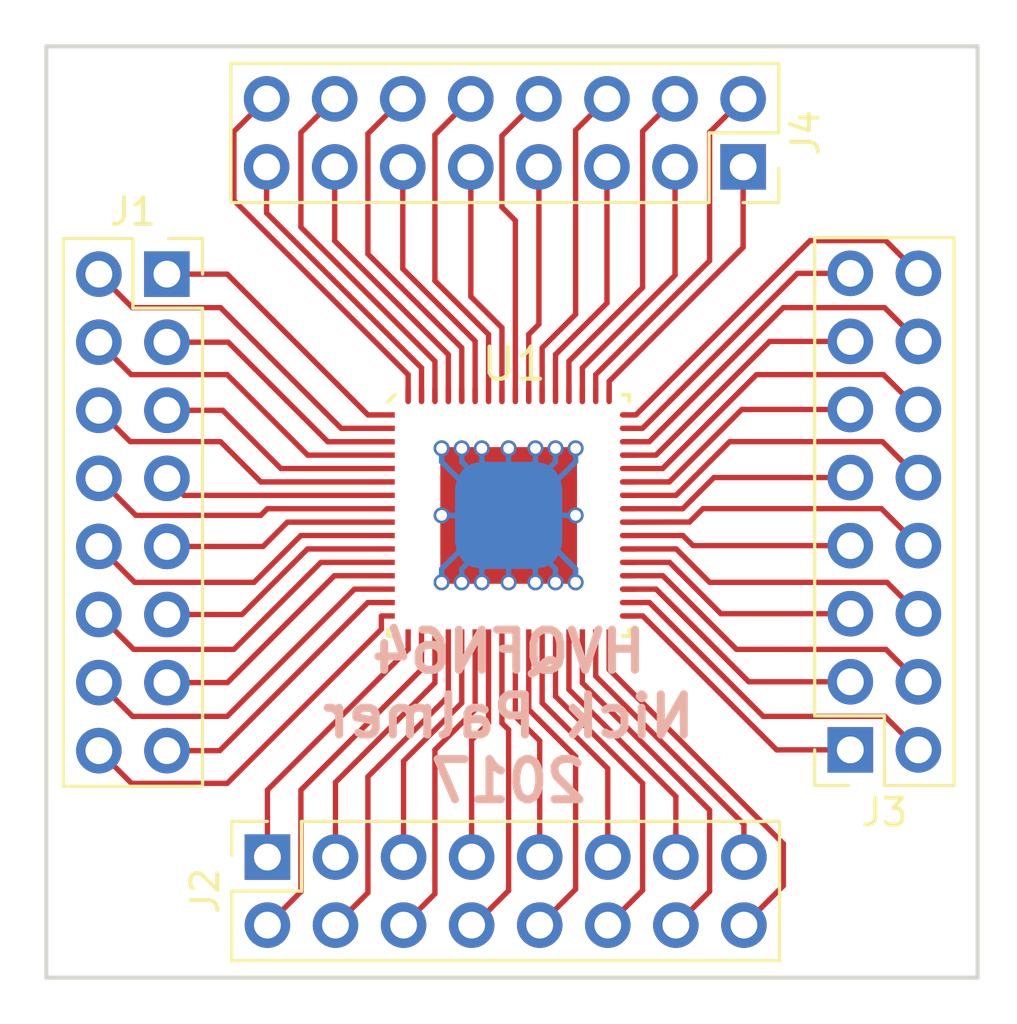
<source format=kicad_pcb>
(kicad_pcb (version 4) (host pcbnew 4.0.6)

  (general
    (links 64)
    (no_connects 0)
    (area 135.674999 91.924999 170.575001 126.825001)
    (thickness 1.6)
    (drawings 5)
    (tracks 301)
    (zones 0)
    (modules 5)
    (nets 66)
  )

  (page A4)
  (layers
    (0 F.Cu signal)
    (31 B.Cu signal)
    (32 B.Adhes user)
    (33 F.Adhes user)
    (34 B.Paste user)
    (35 F.Paste user)
    (36 B.SilkS user)
    (37 F.SilkS user)
    (38 B.Mask user)
    (39 F.Mask user)
    (40 Dwgs.User user)
    (41 Cmts.User user)
    (42 Eco1.User user)
    (43 Eco2.User user)
    (44 Edge.Cuts user)
    (45 Margin user)
    (46 B.CrtYd user)
    (47 F.CrtYd user)
    (48 B.Fab user)
    (49 F.Fab user)
  )

  (setup
    (last_trace_width 0.2)
    (trace_clearance 0.2)
    (zone_clearance 0.508)
    (zone_45_only no)
    (trace_min 0.2)
    (segment_width 0.2)
    (edge_width 0.15)
    (via_size 0.6)
    (via_drill 0.4)
    (via_min_size 0.4)
    (via_min_drill 0.3)
    (uvia_size 0.3)
    (uvia_drill 0.1)
    (uvias_allowed no)
    (uvia_min_size 0.2)
    (uvia_min_drill 0.1)
    (pcb_text_width 0.3)
    (pcb_text_size 1.5 1.5)
    (mod_edge_width 0.15)
    (mod_text_size 1 1)
    (mod_text_width 0.15)
    (pad_size 1.524 1.524)
    (pad_drill 0.762)
    (pad_to_mask_clearance 0.2)
    (aux_axis_origin 0 0)
    (visible_elements 7FFFFFFF)
    (pcbplotparams
      (layerselection 0x00030_80000001)
      (usegerberextensions false)
      (excludeedgelayer true)
      (linewidth 0.100000)
      (plotframeref false)
      (viasonmask false)
      (mode 1)
      (useauxorigin false)
      (hpglpennumber 1)
      (hpglpenspeed 20)
      (hpglpendiameter 15)
      (hpglpenoverlay 2)
      (psnegative false)
      (psa4output false)
      (plotreference true)
      (plotvalue true)
      (plotinvisibletext false)
      (padsonsilk false)
      (subtractmaskfromsilk false)
      (outputformat 1)
      (mirror false)
      (drillshape 1)
      (scaleselection 1)
      (outputdirectory ""))
  )

  (net 0 "")
  (net 1 1)
  (net 2 2)
  (net 3 3)
  (net 4 4)
  (net 5 5)
  (net 6 6)
  (net 7 7)
  (net 8 8)
  (net 9 9)
  (net 10 10)
  (net 11 11)
  (net 12 12)
  (net 13 13)
  (net 14 14)
  (net 15 15)
  (net 16 16)
  (net 17 17)
  (net 18 18)
  (net 19 19)
  (net 20 20)
  (net 21 21)
  (net 22 22)
  (net 23 23)
  (net 24 24)
  (net 25 25)
  (net 26 26)
  (net 27 27)
  (net 28 28)
  (net 29 29)
  (net 30 30)
  (net 31 31)
  (net 32 32)
  (net 33 33)
  (net 34 34)
  (net 35 35)
  (net 36 36)
  (net 37 37)
  (net 38 38)
  (net 39 39)
  (net 40 40)
  (net 41 41)
  (net 42 42)
  (net 43 43)
  (net 44 44)
  (net 45 45)
  (net 46 46)
  (net 47 47)
  (net 48 48)
  (net 49 49)
  (net 50 50)
  (net 51 51)
  (net 52 52)
  (net 53 53)
  (net 54 54)
  (net 55 55)
  (net 56 56)
  (net 57 57)
  (net 58 58)
  (net 59 59)
  (net 60 60)
  (net 61 61)
  (net 62 62)
  (net 63 63)
  (net 64 64)
  (net 65 "Net-(U1-PadGND)")

  (net_class Default "This is the default net class."
    (clearance 0.2)
    (trace_width 0.2)
    (via_dia 0.6)
    (via_drill 0.4)
    (uvia_dia 0.3)
    (uvia_drill 0.1)
    (add_net 1)
    (add_net 10)
    (add_net 11)
    (add_net 12)
    (add_net 13)
    (add_net 14)
    (add_net 15)
    (add_net 16)
    (add_net 17)
    (add_net 18)
    (add_net 19)
    (add_net 2)
    (add_net 20)
    (add_net 21)
    (add_net 22)
    (add_net 23)
    (add_net 24)
    (add_net 25)
    (add_net 26)
    (add_net 27)
    (add_net 28)
    (add_net 29)
    (add_net 3)
    (add_net 30)
    (add_net 31)
    (add_net 32)
    (add_net 33)
    (add_net 34)
    (add_net 35)
    (add_net 36)
    (add_net 37)
    (add_net 38)
    (add_net 39)
    (add_net 4)
    (add_net 40)
    (add_net 41)
    (add_net 42)
    (add_net 43)
    (add_net 44)
    (add_net 45)
    (add_net 46)
    (add_net 47)
    (add_net 48)
    (add_net 49)
    (add_net 5)
    (add_net 50)
    (add_net 51)
    (add_net 52)
    (add_net 53)
    (add_net 54)
    (add_net 55)
    (add_net 56)
    (add_net 57)
    (add_net 58)
    (add_net 59)
    (add_net 6)
    (add_net 60)
    (add_net 61)
    (add_net 62)
    (add_net 63)
    (add_net 64)
    (add_net 7)
    (add_net 8)
    (add_net 9)
    (add_net "Net-(U1-PadGND)")
  )

  (module Socket_Strips:Socket_Strip_Straight_2x08_Pitch2.54mm (layer F.Cu) (tedit 58CD5449) (tstamp 5978F059)
    (at 140.25 100.5)
    (descr "Through hole straight socket strip, 2x08, 2.54mm pitch, double rows")
    (tags "Through hole socket strip THT 2x08 2.54mm double row")
    (path /59787518)
    (fp_text reference J1 (at -1.27 -2.33) (layer F.SilkS)
      (effects (font (size 1 1) (thickness 0.15)))
    )
    (fp_text value CONN_02X08 (at -1.27 20.11) (layer F.Fab)
      (effects (font (size 1 1) (thickness 0.15)))
    )
    (fp_line (start -3.81 -1.27) (end -3.81 19.05) (layer F.Fab) (width 0.1))
    (fp_line (start -3.81 19.05) (end 1.27 19.05) (layer F.Fab) (width 0.1))
    (fp_line (start 1.27 19.05) (end 1.27 -1.27) (layer F.Fab) (width 0.1))
    (fp_line (start 1.27 -1.27) (end -3.81 -1.27) (layer F.Fab) (width 0.1))
    (fp_line (start 1.33 1.27) (end 1.33 19.11) (layer F.SilkS) (width 0.12))
    (fp_line (start 1.33 19.11) (end -3.87 19.11) (layer F.SilkS) (width 0.12))
    (fp_line (start -3.87 19.11) (end -3.87 -1.33) (layer F.SilkS) (width 0.12))
    (fp_line (start -3.87 -1.33) (end -1.27 -1.33) (layer F.SilkS) (width 0.12))
    (fp_line (start -1.27 -1.33) (end -1.27 1.27) (layer F.SilkS) (width 0.12))
    (fp_line (start -1.27 1.27) (end 1.33 1.27) (layer F.SilkS) (width 0.12))
    (fp_line (start 1.33 0) (end 1.33 -1.33) (layer F.SilkS) (width 0.12))
    (fp_line (start 1.33 -1.33) (end 0.06 -1.33) (layer F.SilkS) (width 0.12))
    (fp_line (start -4.35 -1.8) (end -4.35 19.55) (layer F.CrtYd) (width 0.05))
    (fp_line (start -4.35 19.55) (end 1.8 19.55) (layer F.CrtYd) (width 0.05))
    (fp_line (start 1.8 19.55) (end 1.8 -1.8) (layer F.CrtYd) (width 0.05))
    (fp_line (start 1.8 -1.8) (end -4.35 -1.8) (layer F.CrtYd) (width 0.05))
    (fp_text user %R (at -1.27 -2.33) (layer F.Fab)
      (effects (font (size 1 1) (thickness 0.15)))
    )
    (pad 1 thru_hole rect (at 0 0) (size 1.7 1.7) (drill 1) (layers *.Cu *.Mask)
      (net 1 1))
    (pad 2 thru_hole oval (at -2.54 0) (size 1.7 1.7) (drill 1) (layers *.Cu *.Mask)
      (net 2 2))
    (pad 3 thru_hole oval (at 0 2.54) (size 1.7 1.7) (drill 1) (layers *.Cu *.Mask)
      (net 3 3))
    (pad 4 thru_hole oval (at -2.54 2.54) (size 1.7 1.7) (drill 1) (layers *.Cu *.Mask)
      (net 4 4))
    (pad 5 thru_hole oval (at 0 5.08) (size 1.7 1.7) (drill 1) (layers *.Cu *.Mask)
      (net 5 5))
    (pad 6 thru_hole oval (at -2.54 5.08) (size 1.7 1.7) (drill 1) (layers *.Cu *.Mask)
      (net 6 6))
    (pad 7 thru_hole oval (at 0 7.62) (size 1.7 1.7) (drill 1) (layers *.Cu *.Mask)
      (net 7 7))
    (pad 8 thru_hole oval (at -2.54 7.62) (size 1.7 1.7) (drill 1) (layers *.Cu *.Mask)
      (net 8 8))
    (pad 9 thru_hole oval (at 0 10.16) (size 1.7 1.7) (drill 1) (layers *.Cu *.Mask)
      (net 9 9))
    (pad 10 thru_hole oval (at -2.54 10.16) (size 1.7 1.7) (drill 1) (layers *.Cu *.Mask)
      (net 10 10))
    (pad 11 thru_hole oval (at 0 12.7) (size 1.7 1.7) (drill 1) (layers *.Cu *.Mask)
      (net 11 11))
    (pad 12 thru_hole oval (at -2.54 12.7) (size 1.7 1.7) (drill 1) (layers *.Cu *.Mask)
      (net 12 12))
    (pad 13 thru_hole oval (at 0 15.24) (size 1.7 1.7) (drill 1) (layers *.Cu *.Mask)
      (net 13 13))
    (pad 14 thru_hole oval (at -2.54 15.24) (size 1.7 1.7) (drill 1) (layers *.Cu *.Mask)
      (net 14 14))
    (pad 15 thru_hole oval (at 0 17.78) (size 1.7 1.7) (drill 1) (layers *.Cu *.Mask)
      (net 15 15))
    (pad 16 thru_hole oval (at -2.54 17.78) (size 1.7 1.7) (drill 1) (layers *.Cu *.Mask)
      (net 16 16))
    (model ${KISYS3DMOD}/Socket_Strips.3dshapes/Socket_Strip_Straight_2x08_Pitch2.54mm.wrl
      (at (xyz -0.05 -0.35 0))
      (scale (xyz 1 1 1))
      (rotate (xyz 0 0 270))
    )
  )

  (module Socket_Strips:Socket_Strip_Straight_2x08_Pitch2.54mm (layer F.Cu) (tedit 58CD5449) (tstamp 5978F07E)
    (at 144 122.25 90)
    (descr "Through hole straight socket strip, 2x08, 2.54mm pitch, double rows")
    (tags "Through hole socket strip THT 2x08 2.54mm double row")
    (path /597876D0)
    (fp_text reference J2 (at -1.27 -2.33 90) (layer F.SilkS)
      (effects (font (size 1 1) (thickness 0.15)))
    )
    (fp_text value CONN_02X08 (at -1.27 20.11 90) (layer F.Fab)
      (effects (font (size 1 1) (thickness 0.15)))
    )
    (fp_line (start -3.81 -1.27) (end -3.81 19.05) (layer F.Fab) (width 0.1))
    (fp_line (start -3.81 19.05) (end 1.27 19.05) (layer F.Fab) (width 0.1))
    (fp_line (start 1.27 19.05) (end 1.27 -1.27) (layer F.Fab) (width 0.1))
    (fp_line (start 1.27 -1.27) (end -3.81 -1.27) (layer F.Fab) (width 0.1))
    (fp_line (start 1.33 1.27) (end 1.33 19.11) (layer F.SilkS) (width 0.12))
    (fp_line (start 1.33 19.11) (end -3.87 19.11) (layer F.SilkS) (width 0.12))
    (fp_line (start -3.87 19.11) (end -3.87 -1.33) (layer F.SilkS) (width 0.12))
    (fp_line (start -3.87 -1.33) (end -1.27 -1.33) (layer F.SilkS) (width 0.12))
    (fp_line (start -1.27 -1.33) (end -1.27 1.27) (layer F.SilkS) (width 0.12))
    (fp_line (start -1.27 1.27) (end 1.33 1.27) (layer F.SilkS) (width 0.12))
    (fp_line (start 1.33 0) (end 1.33 -1.33) (layer F.SilkS) (width 0.12))
    (fp_line (start 1.33 -1.33) (end 0.06 -1.33) (layer F.SilkS) (width 0.12))
    (fp_line (start -4.35 -1.8) (end -4.35 19.55) (layer F.CrtYd) (width 0.05))
    (fp_line (start -4.35 19.55) (end 1.8 19.55) (layer F.CrtYd) (width 0.05))
    (fp_line (start 1.8 19.55) (end 1.8 -1.8) (layer F.CrtYd) (width 0.05))
    (fp_line (start 1.8 -1.8) (end -4.35 -1.8) (layer F.CrtYd) (width 0.05))
    (fp_text user %R (at -1.27 -2.33 90) (layer F.Fab)
      (effects (font (size 1 1) (thickness 0.15)))
    )
    (pad 1 thru_hole rect (at 0 0 90) (size 1.7 1.7) (drill 1) (layers *.Cu *.Mask)
      (net 17 17))
    (pad 2 thru_hole oval (at -2.54 0 90) (size 1.7 1.7) (drill 1) (layers *.Cu *.Mask)
      (net 18 18))
    (pad 3 thru_hole oval (at 0 2.54 90) (size 1.7 1.7) (drill 1) (layers *.Cu *.Mask)
      (net 19 19))
    (pad 4 thru_hole oval (at -2.54 2.54 90) (size 1.7 1.7) (drill 1) (layers *.Cu *.Mask)
      (net 20 20))
    (pad 5 thru_hole oval (at 0 5.08 90) (size 1.7 1.7) (drill 1) (layers *.Cu *.Mask)
      (net 21 21))
    (pad 6 thru_hole oval (at -2.54 5.08 90) (size 1.7 1.7) (drill 1) (layers *.Cu *.Mask)
      (net 22 22))
    (pad 7 thru_hole oval (at 0 7.62 90) (size 1.7 1.7) (drill 1) (layers *.Cu *.Mask)
      (net 23 23))
    (pad 8 thru_hole oval (at -2.54 7.62 90) (size 1.7 1.7) (drill 1) (layers *.Cu *.Mask)
      (net 24 24))
    (pad 9 thru_hole oval (at 0 10.16 90) (size 1.7 1.7) (drill 1) (layers *.Cu *.Mask)
      (net 25 25))
    (pad 10 thru_hole oval (at -2.54 10.16 90) (size 1.7 1.7) (drill 1) (layers *.Cu *.Mask)
      (net 26 26))
    (pad 11 thru_hole oval (at 0 12.7 90) (size 1.7 1.7) (drill 1) (layers *.Cu *.Mask)
      (net 27 27))
    (pad 12 thru_hole oval (at -2.54 12.7 90) (size 1.7 1.7) (drill 1) (layers *.Cu *.Mask)
      (net 28 28))
    (pad 13 thru_hole oval (at 0 15.24 90) (size 1.7 1.7) (drill 1) (layers *.Cu *.Mask)
      (net 29 29))
    (pad 14 thru_hole oval (at -2.54 15.24 90) (size 1.7 1.7) (drill 1) (layers *.Cu *.Mask)
      (net 30 30))
    (pad 15 thru_hole oval (at 0 17.78 90) (size 1.7 1.7) (drill 1) (layers *.Cu *.Mask)
      (net 31 31))
    (pad 16 thru_hole oval (at -2.54 17.78 90) (size 1.7 1.7) (drill 1) (layers *.Cu *.Mask)
      (net 32 32))
    (model ${KISYS3DMOD}/Socket_Strips.3dshapes/Socket_Strip_Straight_2x08_Pitch2.54mm.wrl
      (at (xyz -0.05 -0.35 0))
      (scale (xyz 1 1 1))
      (rotate (xyz 0 0 270))
    )
  )

  (module Socket_Strips:Socket_Strip_Straight_2x08_Pitch2.54mm (layer F.Cu) (tedit 58CD5449) (tstamp 5978F0A3)
    (at 165.75 118.25 180)
    (descr "Through hole straight socket strip, 2x08, 2.54mm pitch, double rows")
    (tags "Through hole socket strip THT 2x08 2.54mm double row")
    (path /59787667)
    (fp_text reference J3 (at -1.27 -2.33 180) (layer F.SilkS)
      (effects (font (size 1 1) (thickness 0.15)))
    )
    (fp_text value CONN_02X08 (at -1.27 20.11 180) (layer F.Fab)
      (effects (font (size 1 1) (thickness 0.15)))
    )
    (fp_line (start -3.81 -1.27) (end -3.81 19.05) (layer F.Fab) (width 0.1))
    (fp_line (start -3.81 19.05) (end 1.27 19.05) (layer F.Fab) (width 0.1))
    (fp_line (start 1.27 19.05) (end 1.27 -1.27) (layer F.Fab) (width 0.1))
    (fp_line (start 1.27 -1.27) (end -3.81 -1.27) (layer F.Fab) (width 0.1))
    (fp_line (start 1.33 1.27) (end 1.33 19.11) (layer F.SilkS) (width 0.12))
    (fp_line (start 1.33 19.11) (end -3.87 19.11) (layer F.SilkS) (width 0.12))
    (fp_line (start -3.87 19.11) (end -3.87 -1.33) (layer F.SilkS) (width 0.12))
    (fp_line (start -3.87 -1.33) (end -1.27 -1.33) (layer F.SilkS) (width 0.12))
    (fp_line (start -1.27 -1.33) (end -1.27 1.27) (layer F.SilkS) (width 0.12))
    (fp_line (start -1.27 1.27) (end 1.33 1.27) (layer F.SilkS) (width 0.12))
    (fp_line (start 1.33 0) (end 1.33 -1.33) (layer F.SilkS) (width 0.12))
    (fp_line (start 1.33 -1.33) (end 0.06 -1.33) (layer F.SilkS) (width 0.12))
    (fp_line (start -4.35 -1.8) (end -4.35 19.55) (layer F.CrtYd) (width 0.05))
    (fp_line (start -4.35 19.55) (end 1.8 19.55) (layer F.CrtYd) (width 0.05))
    (fp_line (start 1.8 19.55) (end 1.8 -1.8) (layer F.CrtYd) (width 0.05))
    (fp_line (start 1.8 -1.8) (end -4.35 -1.8) (layer F.CrtYd) (width 0.05))
    (fp_text user %R (at -1.27 -2.33 180) (layer F.Fab)
      (effects (font (size 1 1) (thickness 0.15)))
    )
    (pad 1 thru_hole rect (at 0 0 180) (size 1.7 1.7) (drill 1) (layers *.Cu *.Mask)
      (net 33 33))
    (pad 2 thru_hole oval (at -2.54 0 180) (size 1.7 1.7) (drill 1) (layers *.Cu *.Mask)
      (net 34 34))
    (pad 3 thru_hole oval (at 0 2.54 180) (size 1.7 1.7) (drill 1) (layers *.Cu *.Mask)
      (net 35 35))
    (pad 4 thru_hole oval (at -2.54 2.54 180) (size 1.7 1.7) (drill 1) (layers *.Cu *.Mask)
      (net 36 36))
    (pad 5 thru_hole oval (at 0 5.08 180) (size 1.7 1.7) (drill 1) (layers *.Cu *.Mask)
      (net 37 37))
    (pad 6 thru_hole oval (at -2.54 5.08 180) (size 1.7 1.7) (drill 1) (layers *.Cu *.Mask)
      (net 38 38))
    (pad 7 thru_hole oval (at 0 7.62 180) (size 1.7 1.7) (drill 1) (layers *.Cu *.Mask)
      (net 39 39))
    (pad 8 thru_hole oval (at -2.54 7.62 180) (size 1.7 1.7) (drill 1) (layers *.Cu *.Mask)
      (net 40 40))
    (pad 9 thru_hole oval (at 0 10.16 180) (size 1.7 1.7) (drill 1) (layers *.Cu *.Mask)
      (net 41 41))
    (pad 10 thru_hole oval (at -2.54 10.16 180) (size 1.7 1.7) (drill 1) (layers *.Cu *.Mask)
      (net 42 42))
    (pad 11 thru_hole oval (at 0 12.7 180) (size 1.7 1.7) (drill 1) (layers *.Cu *.Mask)
      (net 43 43))
    (pad 12 thru_hole oval (at -2.54 12.7 180) (size 1.7 1.7) (drill 1) (layers *.Cu *.Mask)
      (net 44 44))
    (pad 13 thru_hole oval (at 0 15.24 180) (size 1.7 1.7) (drill 1) (layers *.Cu *.Mask)
      (net 45 45))
    (pad 14 thru_hole oval (at -2.54 15.24 180) (size 1.7 1.7) (drill 1) (layers *.Cu *.Mask)
      (net 46 46))
    (pad 15 thru_hole oval (at 0 17.78 180) (size 1.7 1.7) (drill 1) (layers *.Cu *.Mask)
      (net 47 47))
    (pad 16 thru_hole oval (at -2.54 17.78 180) (size 1.7 1.7) (drill 1) (layers *.Cu *.Mask)
      (net 48 48))
    (model ${KISYS3DMOD}/Socket_Strips.3dshapes/Socket_Strip_Straight_2x08_Pitch2.54mm.wrl
      (at (xyz -0.05 -0.35 0))
      (scale (xyz 1 1 1))
      (rotate (xyz 0 0 270))
    )
  )

  (module Socket_Strips:Socket_Strip_Straight_2x08_Pitch2.54mm (layer F.Cu) (tedit 58CD5449) (tstamp 5978F0C8)
    (at 161.75 96.5 270)
    (descr "Through hole straight socket strip, 2x08, 2.54mm pitch, double rows")
    (tags "Through hole socket strip THT 2x08 2.54mm double row")
    (path /597875F8)
    (fp_text reference J4 (at -1.27 -2.33 270) (layer F.SilkS)
      (effects (font (size 1 1) (thickness 0.15)))
    )
    (fp_text value CONN_02X08 (at -1.27 20.11 270) (layer F.Fab)
      (effects (font (size 1 1) (thickness 0.15)))
    )
    (fp_line (start -3.81 -1.27) (end -3.81 19.05) (layer F.Fab) (width 0.1))
    (fp_line (start -3.81 19.05) (end 1.27 19.05) (layer F.Fab) (width 0.1))
    (fp_line (start 1.27 19.05) (end 1.27 -1.27) (layer F.Fab) (width 0.1))
    (fp_line (start 1.27 -1.27) (end -3.81 -1.27) (layer F.Fab) (width 0.1))
    (fp_line (start 1.33 1.27) (end 1.33 19.11) (layer F.SilkS) (width 0.12))
    (fp_line (start 1.33 19.11) (end -3.87 19.11) (layer F.SilkS) (width 0.12))
    (fp_line (start -3.87 19.11) (end -3.87 -1.33) (layer F.SilkS) (width 0.12))
    (fp_line (start -3.87 -1.33) (end -1.27 -1.33) (layer F.SilkS) (width 0.12))
    (fp_line (start -1.27 -1.33) (end -1.27 1.27) (layer F.SilkS) (width 0.12))
    (fp_line (start -1.27 1.27) (end 1.33 1.27) (layer F.SilkS) (width 0.12))
    (fp_line (start 1.33 0) (end 1.33 -1.33) (layer F.SilkS) (width 0.12))
    (fp_line (start 1.33 -1.33) (end 0.06 -1.33) (layer F.SilkS) (width 0.12))
    (fp_line (start -4.35 -1.8) (end -4.35 19.55) (layer F.CrtYd) (width 0.05))
    (fp_line (start -4.35 19.55) (end 1.8 19.55) (layer F.CrtYd) (width 0.05))
    (fp_line (start 1.8 19.55) (end 1.8 -1.8) (layer F.CrtYd) (width 0.05))
    (fp_line (start 1.8 -1.8) (end -4.35 -1.8) (layer F.CrtYd) (width 0.05))
    (fp_text user %R (at -1.27 -2.33 270) (layer F.Fab)
      (effects (font (size 1 1) (thickness 0.15)))
    )
    (pad 1 thru_hole rect (at 0 0 270) (size 1.7 1.7) (drill 1) (layers *.Cu *.Mask)
      (net 49 49))
    (pad 2 thru_hole oval (at -2.54 0 270) (size 1.7 1.7) (drill 1) (layers *.Cu *.Mask)
      (net 50 50))
    (pad 3 thru_hole oval (at 0 2.54 270) (size 1.7 1.7) (drill 1) (layers *.Cu *.Mask)
      (net 51 51))
    (pad 4 thru_hole oval (at -2.54 2.54 270) (size 1.7 1.7) (drill 1) (layers *.Cu *.Mask)
      (net 52 52))
    (pad 5 thru_hole oval (at 0 5.08 270) (size 1.7 1.7) (drill 1) (layers *.Cu *.Mask)
      (net 53 53))
    (pad 6 thru_hole oval (at -2.54 5.08 270) (size 1.7 1.7) (drill 1) (layers *.Cu *.Mask)
      (net 54 54))
    (pad 7 thru_hole oval (at 0 7.62 270) (size 1.7 1.7) (drill 1) (layers *.Cu *.Mask)
      (net 55 55))
    (pad 8 thru_hole oval (at -2.54 7.62 270) (size 1.7 1.7) (drill 1) (layers *.Cu *.Mask)
      (net 56 56))
    (pad 9 thru_hole oval (at 0 10.16 270) (size 1.7 1.7) (drill 1) (layers *.Cu *.Mask)
      (net 57 57))
    (pad 10 thru_hole oval (at -2.54 10.16 270) (size 1.7 1.7) (drill 1) (layers *.Cu *.Mask)
      (net 58 58))
    (pad 11 thru_hole oval (at 0 12.7 270) (size 1.7 1.7) (drill 1) (layers *.Cu *.Mask)
      (net 59 59))
    (pad 12 thru_hole oval (at -2.54 12.7 270) (size 1.7 1.7) (drill 1) (layers *.Cu *.Mask)
      (net 60 60))
    (pad 13 thru_hole oval (at 0 15.24 270) (size 1.7 1.7) (drill 1) (layers *.Cu *.Mask)
      (net 61 61))
    (pad 14 thru_hole oval (at -2.54 15.24 270) (size 1.7 1.7) (drill 1) (layers *.Cu *.Mask)
      (net 62 62))
    (pad 15 thru_hole oval (at 0 17.78 270) (size 1.7 1.7) (drill 1) (layers *.Cu *.Mask)
      (net 63 63))
    (pad 16 thru_hole oval (at -2.54 17.78 270) (size 1.7 1.7) (drill 1) (layers *.Cu *.Mask)
      (net 64 64))
    (model ${KISYS3DMOD}/Socket_Strips.3dshapes/Socket_Strip_Straight_2x08_Pitch2.54mm.wrl
      (at (xyz -0.05 -0.35 0))
      (scale (xyz 1 1 1))
      (rotate (xyz 0 0 270))
    )
  )

  (module Misc:HVQFN_64 (layer F.Cu) (tedit 59788C53) (tstamp 5978F118)
    (at 148.5011 105.0036)
    (path /5978B045)
    (fp_text reference U1 (at 4.7 -1.15) (layer F.SilkS)
      (effects (font (size 1.2 1.2) (thickness 0.15)))
    )
    (fp_text value TDA19988 (at 4.65 10.25) (layer F.Fab)
      (effects (font (size 1.2 1.2) (thickness 0.15)))
    )
    (fp_line (start 0 0.25) (end 0.25 0) (layer F.SilkS) (width 0.15))
    (fp_line (start 8.75 0) (end 9 0) (layer F.SilkS) (width 0.15))
    (fp_line (start 9 0) (end 9 0.25) (layer F.SilkS) (width 0.15))
    (fp_line (start 0.25 9) (end 0 9) (layer F.SilkS) (width 0.15))
    (fp_line (start 0 9) (end 0 8.75) (layer F.SilkS) (width 0.15))
    (fp_line (start 8.75 9) (end 9 9) (layer F.SilkS) (width 0.15))
    (fp_line (start 9 9) (end 9 8.75) (layer F.SilkS) (width 0.15))
    (fp_line (start -1.5 -1.5) (end 10.5 -1.5) (layer F.CrtYd) (width 0.15))
    (fp_line (start 10.5 -1.5) (end 10.5 10.5) (layer F.CrtYd) (width 0.15))
    (fp_line (start 10.5 10.5) (end -1.5 10.5) (layer F.CrtYd) (width 0.15))
    (fp_line (start -1.5 10.5) (end -1.5 -1.5) (layer F.CrtYd) (width 0.15))
    (pad 24 smd rect (at 4.25 9.25) (size 0.2 0.5) (drill (offset 0 -0.25)) (layers F.Cu F.Paste F.Mask)
      (net 24 24))
    (pad 25 smd rect (at 4.75 9.25) (size 0.2 0.5) (drill (offset 0 -0.25)) (layers F.Cu F.Paste F.Mask)
      (net 25 25))
    (pad 23 smd rect (at 3.75 9.25) (size 0.2 0.5) (drill (offset 0 -0.25)) (layers F.Cu F.Paste F.Mask)
      (net 23 23))
    (pad 22 smd rect (at 3.25 9.25) (size 0.2 0.5) (drill (offset 0 -0.25)) (layers F.Cu F.Paste F.Mask)
      (net 22 22))
    (pad 21 smd rect (at 2.75 9.25) (size 0.2 0.5) (drill (offset 0 -0.25)) (layers F.Cu F.Paste F.Mask)
      (net 21 21))
    (pad 20 smd rect (at 2.25 9.25) (size 0.2 0.5) (drill (offset 0 -0.25)) (layers F.Cu F.Paste F.Mask)
      (net 20 20))
    (pad 19 smd rect (at 1.75 9.25) (size 0.2 0.5) (drill (offset 0 -0.25)) (layers F.Cu F.Paste F.Mask)
      (net 19 19))
    (pad 18 smd rect (at 1.25 9.25) (size 0.2 0.5) (drill (offset 0 -0.25)) (layers F.Cu F.Paste F.Mask)
      (net 18 18))
    (pad 17 smd rect (at 0.75 9.25) (size 0.2 0.5) (drill (offset 0 -0.25)) (layers F.Cu F.Paste F.Mask)
      (net 17 17))
    (pad 26 smd rect (at 5.25 9.25) (size 0.2 0.5) (drill (offset 0 -0.25)) (layers F.Cu F.Paste F.Mask)
      (net 26 26))
    (pad 27 smd rect (at 5.75 9.25) (size 0.2 0.5) (drill (offset 0 -0.25)) (layers F.Cu F.Paste F.Mask)
      (net 27 27))
    (pad 28 smd rect (at 6.25 9.25) (size 0.2 0.5) (drill (offset 0 -0.25)) (layers F.Cu F.Paste F.Mask)
      (net 28 28))
    (pad 29 smd rect (at 6.75 9.25) (size 0.2 0.5) (drill (offset 0 -0.25)) (layers F.Cu F.Paste F.Mask)
      (net 29 29))
    (pad 30 smd rect (at 7.25 9.25) (size 0.2 0.5) (drill (offset 0 -0.25)) (layers F.Cu F.Paste F.Mask)
      (net 30 30))
    (pad 31 smd rect (at 7.75 9.25) (size 0.2 0.5) (drill (offset 0 -0.25)) (layers F.Cu F.Paste F.Mask)
      (net 31 31))
    (pad 32 smd rect (at 8.25 9.25) (size 0.2 0.5) (drill (offset 0 -0.25)) (layers F.Cu F.Paste F.Mask)
      (net 32 32))
    (pad 57 smd rect (at 4.25 0.25) (size 0.2 0.5) (drill (offset 0 -0.25)) (layers F.Cu F.Paste F.Mask)
      (net 57 57))
    (pad 56 smd rect (at 4.75 0.25) (size 0.2 0.5) (drill (offset 0 -0.25)) (layers F.Cu F.Paste F.Mask)
      (net 56 56))
    (pad 58 smd rect (at 3.75 0.25) (size 0.2 0.5) (drill (offset 0 -0.25)) (layers F.Cu F.Paste F.Mask)
      (net 58 58))
    (pad 59 smd rect (at 3.25 0.25) (size 0.2 0.5) (drill (offset 0 -0.25)) (layers F.Cu F.Paste F.Mask)
      (net 59 59))
    (pad 60 smd rect (at 2.75 0.25) (size 0.2 0.5) (drill (offset 0 -0.25)) (layers F.Cu F.Paste F.Mask)
      (net 60 60))
    (pad 61 smd rect (at 2.25 0.25) (size 0.2 0.5) (drill (offset 0 -0.25)) (layers F.Cu F.Paste F.Mask)
      (net 61 61))
    (pad 62 smd rect (at 1.75 0.25) (size 0.2 0.5) (drill (offset 0 -0.25)) (layers F.Cu F.Paste F.Mask)
      (net 62 62))
    (pad 63 smd rect (at 1.25 0.25) (size 0.2 0.5) (drill (offset 0 -0.25)) (layers F.Cu F.Paste F.Mask)
      (net 63 63))
    (pad 64 smd rect (at 0.75 0.25) (size 0.2 0.5) (drill (offset 0 -0.25)) (layers F.Cu F.Paste F.Mask)
      (net 64 64))
    (pad 55 smd rect (at 5.25 0.25) (size 0.2 0.5) (drill (offset 0 -0.25)) (layers F.Cu F.Paste F.Mask)
      (net 55 55))
    (pad 54 smd rect (at 5.75 0.25) (size 0.2 0.5) (drill (offset 0 -0.25)) (layers F.Cu F.Paste F.Mask)
      (net 54 54))
    (pad 53 smd rect (at 6.25 0.25) (size 0.2 0.5) (drill (offset 0 -0.25)) (layers F.Cu F.Paste F.Mask)
      (net 53 53))
    (pad 52 smd rect (at 6.75 0.25) (size 0.2 0.5) (drill (offset 0 -0.25)) (layers F.Cu F.Paste F.Mask)
      (net 52 52))
    (pad 51 smd rect (at 7.25 0.25) (size 0.2 0.5) (drill (offset 0 -0.25)) (layers F.Cu F.Paste F.Mask)
      (net 51 51))
    (pad 50 smd rect (at 7.75 0.25) (size 0.2 0.5) (drill (offset 0 -0.25)) (layers F.Cu F.Paste F.Mask)
      (net 50 50))
    (pad 49 smd rect (at 8.25 0.25) (size 0.2 0.5) (drill (offset 0 -0.25)) (layers F.Cu F.Paste F.Mask)
      (net 49 49))
    (pad 41 smd rect (at 8.75 4.25 270) (size 0.2 0.5) (drill (offset 0 -0.25)) (layers F.Cu F.Paste F.Mask)
      (net 41 41))
    (pad 40 smd rect (at 8.75 4.75 270) (size 0.2 0.5) (drill (offset 0 -0.25)) (layers F.Cu F.Paste F.Mask)
      (net 40 40))
    (pad 42 smd rect (at 8.75 3.75 270) (size 0.2 0.5) (drill (offset 0 -0.25)) (layers F.Cu F.Paste F.Mask)
      (net 42 42))
    (pad 43 smd rect (at 8.75 3.25 270) (size 0.2 0.5) (drill (offset 0 -0.25)) (layers F.Cu F.Paste F.Mask)
      (net 43 43))
    (pad 44 smd rect (at 8.75 2.75 270) (size 0.2 0.5) (drill (offset 0 -0.25)) (layers F.Cu F.Paste F.Mask)
      (net 44 44))
    (pad 45 smd rect (at 8.75 2.25 270) (size 0.2 0.5) (drill (offset 0 -0.25)) (layers F.Cu F.Paste F.Mask)
      (net 45 45))
    (pad 46 smd rect (at 8.75 1.75 270) (size 0.2 0.5) (drill (offset 0 -0.25)) (layers F.Cu F.Paste F.Mask)
      (net 46 46))
    (pad 47 smd rect (at 8.75 1.25 270) (size 0.2 0.5) (drill (offset 0 -0.25)) (layers F.Cu F.Paste F.Mask)
      (net 47 47))
    (pad 48 smd rect (at 8.75 0.75 270) (size 0.2 0.5) (drill (offset 0 -0.25)) (layers F.Cu F.Paste F.Mask)
      (net 48 48))
    (pad 39 smd rect (at 8.75 5.25 270) (size 0.2 0.5) (drill (offset 0 -0.25)) (layers F.Cu F.Paste F.Mask)
      (net 39 39))
    (pad 38 smd rect (at 8.75 5.75 270) (size 0.2 0.5) (drill (offset 0 -0.25)) (layers F.Cu F.Paste F.Mask)
      (net 38 38))
    (pad 37 smd rect (at 8.75 6.25 270) (size 0.2 0.5) (drill (offset 0 -0.25)) (layers F.Cu F.Paste F.Mask)
      (net 37 37))
    (pad 36 smd rect (at 8.75 6.75 270) (size 0.2 0.5) (drill (offset 0 -0.25)) (layers F.Cu F.Paste F.Mask)
      (net 36 36))
    (pad 35 smd rect (at 8.75 7.25 270) (size 0.2 0.5) (drill (offset 0 -0.25)) (layers F.Cu F.Paste F.Mask)
      (net 35 35))
    (pad 34 smd rect (at 8.75 7.75 270) (size 0.2 0.5) (drill (offset 0 -0.25)) (layers F.Cu F.Paste F.Mask)
      (net 34 34))
    (pad 33 smd rect (at 8.75 8.25 270) (size 0.2 0.5) (drill (offset 0 -0.25)) (layers F.Cu F.Paste F.Mask)
      (net 33 33))
    (pad 16 smd rect (at -0.25 8.25 270) (size 0.2 0.5) (drill (offset 0 -0.25)) (layers F.Cu F.Paste F.Mask)
      (net 16 16))
    (pad 15 smd rect (at -0.25 7.75 270) (size 0.2 0.5) (drill (offset 0 -0.25)) (layers F.Cu F.Paste F.Mask)
      (net 15 15))
    (pad 14 smd rect (at -0.25 7.25 270) (size 0.2 0.5) (drill (offset 0 -0.25)) (layers F.Cu F.Paste F.Mask)
      (net 14 14))
    (pad 13 smd rect (at -0.25 6.75 270) (size 0.2 0.5) (drill (offset 0 -0.25)) (layers F.Cu F.Paste F.Mask)
      (net 13 13))
    (pad 12 smd rect (at -0.25 6.25 270) (size 0.2 0.5) (drill (offset 0 -0.25)) (layers F.Cu F.Paste F.Mask)
      (net 12 12))
    (pad 11 smd rect (at -0.25 5.75 270) (size 0.2 0.5) (drill (offset 0 -0.25)) (layers F.Cu F.Paste F.Mask)
      (net 11 11))
    (pad 10 smd rect (at -0.25 5.25 270) (size 0.2 0.5) (drill (offset 0 -0.25)) (layers F.Cu F.Paste F.Mask)
      (net 10 10))
    (pad 1 smd rect (at -0.25 0.75 270) (size 0.2 0.5) (drill (offset 0 -0.25)) (layers F.Cu F.Paste F.Mask)
      (net 1 1))
    (pad 2 smd rect (at -0.25 1.25 270) (size 0.2 0.5) (drill (offset 0 -0.25)) (layers F.Cu F.Paste F.Mask)
      (net 2 2))
    (pad 3 smd rect (at -0.25 1.75 270) (size 0.2 0.5) (drill (offset 0 -0.25)) (layers F.Cu F.Paste F.Mask)
      (net 3 3))
    (pad 4 smd rect (at -0.25 2.25 270) (size 0.2 0.5) (drill (offset 0 -0.25)) (layers F.Cu F.Paste F.Mask)
      (net 4 4))
    (pad 5 smd rect (at -0.25 2.75 270) (size 0.2 0.5) (drill (offset 0 -0.25)) (layers F.Cu F.Paste F.Mask)
      (net 5 5))
    (pad 6 smd rect (at -0.25 3.25 270) (size 0.2 0.5) (drill (offset 0 -0.25)) (layers F.Cu F.Paste F.Mask)
      (net 6 6))
    (pad 7 smd rect (at -0.25 3.75 270) (size 0.2 0.5) (drill (offset 0 -0.25)) (layers F.Cu F.Paste F.Mask)
      (net 7 7))
    (pad 9 smd rect (at -0.25 4.75 270) (size 0.2 0.5) (drill (offset 0 -0.25)) (layers F.Cu F.Paste F.Mask)
      (net 9 9))
    (pad 8 smd rect (at -0.25 4.25 270) (size 0.2 0.5) (drill (offset 0 -0.25)) (layers F.Cu F.Paste F.Mask)
      (net 8 8))
    (pad GND smd rect (at 4.5 4.5) (size 5.1 5.1) (layers F.Cu F.Paste F.Mask)
      (net 65 "Net-(U1-PadGND)"))
  )

  (gr_text "HVQFN64\nNick Palmer\n2017" (at 153 117) (layer B.SilkS)
    (effects (font (size 1.5 1.5) (thickness 0.3)) (justify mirror))
  )
  (gr_line (start 135.75 126.75) (end 135.75 92) (angle 90) (layer Edge.Cuts) (width 0.15))
  (gr_line (start 170.5 126.75) (end 135.75 126.75) (angle 90) (layer Edge.Cuts) (width 0.15))
  (gr_line (start 170.5 92) (end 170.5 126.75) (angle 90) (layer Edge.Cuts) (width 0.15))
  (gr_line (start 135.75 92) (end 170.5 92) (angle 90) (layer Edge.Cuts) (width 0.15))

  (segment (start 148.2511 105.7536) (end 147.7536 105.7536) (width 0.2) (layer F.Cu) (net 1))
  (segment (start 142.5 100.5) (end 140.25 100.5) (width 0.2) (layer F.Cu) (net 1) (tstamp 5978F78B))
  (segment (start 147.7536 105.7536) (end 142.5 100.5) (width 0.2) (layer F.Cu) (net 1) (tstamp 5978F78A))
  (segment (start 148.2511 106.2536) (end 146.7536 106.2536) (width 0.2) (layer F.Cu) (net 2))
  (segment (start 138.96 101.75) (end 137.71 100.5) (width 0.2) (layer F.Cu) (net 2) (tstamp 5978F793))
  (segment (start 142.25 101.75) (end 138.96 101.75) (width 0.2) (layer F.Cu) (net 2) (tstamp 5978F791))
  (segment (start 146.7536 106.2536) (end 142.25 101.75) (width 0.2) (layer F.Cu) (net 2) (tstamp 5978F78F))
  (segment (start 148.2511 106.7536) (end 146.2536 106.7536) (width 0.2) (layer F.Cu) (net 3))
  (segment (start 142.54 103.04) (end 140.25 103.04) (width 0.2) (layer F.Cu) (net 3) (tstamp 5978F799))
  (segment (start 146.2536 106.7536) (end 142.54 103.04) (width 0.2) (layer F.Cu) (net 3) (tstamp 5978F797))
  (segment (start 148.2511 107.2536) (end 145.5036 107.2536) (width 0.2) (layer F.Cu) (net 4))
  (segment (start 138.92 104.25) (end 137.71 103.04) (width 0.2) (layer F.Cu) (net 4) (tstamp 5978F7A1))
  (segment (start 142.5 104.25) (end 138.92 104.25) (width 0.2) (layer F.Cu) (net 4) (tstamp 5978F79F))
  (segment (start 145.5036 107.2536) (end 142.5 104.25) (width 0.2) (layer F.Cu) (net 4) (tstamp 5978F79D))
  (segment (start 148.2511 107.7536) (end 144.5036 107.7536) (width 0.2) (layer F.Cu) (net 5))
  (segment (start 142.33 105.58) (end 140.25 105.58) (width 0.2) (layer F.Cu) (net 5) (tstamp 5978F7A7))
  (segment (start 144.5036 107.7536) (end 142.33 105.58) (width 0.2) (layer F.Cu) (net 5) (tstamp 5978F7A5))
  (segment (start 148.2511 108.2536) (end 143.7536 108.2536) (width 0.2) (layer F.Cu) (net 6))
  (segment (start 138.88 106.75) (end 137.71 105.58) (width 0.2) (layer F.Cu) (net 6) (tstamp 5978F7AF))
  (segment (start 142.25 106.75) (end 138.88 106.75) (width 0.2) (layer F.Cu) (net 6) (tstamp 5978F7AD))
  (segment (start 143.7536 108.2536) (end 142.25 106.75) (width 0.2) (layer F.Cu) (net 6) (tstamp 5978F7AB))
  (segment (start 148.2511 108.7536) (end 140.8836 108.7536) (width 0.2) (layer F.Cu) (net 7))
  (segment (start 140.8836 108.7536) (end 140.25 108.12) (width 0.2) (layer F.Cu) (net 7) (tstamp 5978F7B3))
  (segment (start 148.2511 109.2536) (end 143.9964 109.2536) (width 0.2) (layer F.Cu) (net 8))
  (segment (start 139.09 109.5) (end 137.71 108.12) (width 0.2) (layer F.Cu) (net 8) (tstamp 5978F7B8))
  (segment (start 143.75 109.5) (end 139.09 109.5) (width 0.2) (layer F.Cu) (net 8) (tstamp 5978F7B7))
  (segment (start 143.9964 109.2536) (end 143.75 109.5) (width 0.2) (layer F.Cu) (net 8) (tstamp 5978F7B6))
  (segment (start 148.2511 109.7536) (end 144.7464 109.7536) (width 0.2) (layer F.Cu) (net 9))
  (segment (start 143.84 110.66) (end 140.25 110.66) (width 0.2) (layer F.Cu) (net 9) (tstamp 5978F7BF))
  (segment (start 144.7464 109.7536) (end 143.84 110.66) (width 0.2) (layer F.Cu) (net 9) (tstamp 5978F7BD))
  (segment (start 148.2511 110.2536) (end 145.2464 110.2536) (width 0.2) (layer F.Cu) (net 10))
  (segment (start 139.05 112) (end 137.71 110.66) (width 0.2) (layer F.Cu) (net 10) (tstamp 5978F7C7))
  (segment (start 143.5 112) (end 139.05 112) (width 0.2) (layer F.Cu) (net 10) (tstamp 5978F7C5))
  (segment (start 145.2464 110.2536) (end 143.5 112) (width 0.2) (layer F.Cu) (net 10) (tstamp 5978F7C3))
  (segment (start 148.2511 110.7536) (end 145.4964 110.7536) (width 0.2) (layer F.Cu) (net 11))
  (segment (start 143.05 113.2) (end 140.25 113.2) (width 0.2) (layer F.Cu) (net 11) (tstamp 5978F7CD))
  (segment (start 145.4964 110.7536) (end 143.05 113.2) (width 0.2) (layer F.Cu) (net 11) (tstamp 5978F7CB))
  (segment (start 148.2511 111.2536) (end 145.9964 111.2536) (width 0.2) (layer F.Cu) (net 12))
  (segment (start 139.01 114.5) (end 137.71 113.2) (width 0.2) (layer F.Cu) (net 12) (tstamp 5978F7D6))
  (segment (start 142.75 114.5) (end 139.01 114.5) (width 0.2) (layer F.Cu) (net 12) (tstamp 5978F7D4))
  (segment (start 145.9964 111.2536) (end 142.75 114.5) (width 0.2) (layer F.Cu) (net 12) (tstamp 5978F7D2))
  (segment (start 148.2511 111.7536) (end 146.4964 111.7536) (width 0.2) (layer F.Cu) (net 13))
  (segment (start 142.51 115.74) (end 140.25 115.74) (width 0.2) (layer F.Cu) (net 13) (tstamp 5978F7DC))
  (segment (start 146.4964 111.7536) (end 142.51 115.74) (width 0.2) (layer F.Cu) (net 13) (tstamp 5978F7DA))
  (segment (start 148.2511 112.2536) (end 147.2464 112.2536) (width 0.2) (layer F.Cu) (net 14))
  (segment (start 138.97 117) (end 137.71 115.74) (width 0.2) (layer F.Cu) (net 14) (tstamp 5978F7E4))
  (segment (start 142.5 117) (end 138.97 117) (width 0.2) (layer F.Cu) (net 14) (tstamp 5978F7E2))
  (segment (start 147.2464 112.2536) (end 142.5 117) (width 0.2) (layer F.Cu) (net 14) (tstamp 5978F7E0))
  (segment (start 148.2511 112.7536) (end 147.7464 112.7536) (width 0.2) (layer F.Cu) (net 15))
  (segment (start 142.22 118.28) (end 140.25 118.28) (width 0.2) (layer F.Cu) (net 15) (tstamp 5978F7EA))
  (segment (start 147.7464 112.7536) (end 142.22 118.28) (width 0.2) (layer F.Cu) (net 15) (tstamp 5978F7E9))
  (segment (start 148.2511 113.2536) (end 148.2511 113.7489) (width 0.2) (layer F.Cu) (net 16))
  (segment (start 138.93 119.5) (end 137.71 118.28) (width 0.2) (layer F.Cu) (net 16) (tstamp 5978F7F1))
  (segment (start 142.5 119.5) (end 138.93 119.5) (width 0.2) (layer F.Cu) (net 16) (tstamp 5978F7EF))
  (segment (start 148.2511 113.7489) (end 142.5 119.5) (width 0.2) (layer F.Cu) (net 16) (tstamp 5978F7EE))
  (segment (start 149.2511 114.2536) (end 149.2511 114.4989) (width 0.2) (layer F.Cu) (net 17))
  (segment (start 144 119.75) (end 144 122.25) (width 0.2) (layer F.Cu) (net 17) (tstamp 5978F7F6))
  (segment (start 149.2511 114.4989) (end 144 119.75) (width 0.2) (layer F.Cu) (net 17) (tstamp 5978F7F5))
  (segment (start 149.7511 114.2536) (end 149.7511 115.2489) (width 0.2) (layer F.Cu) (net 18))
  (segment (start 145.25 123.54) (end 144 124.79) (width 0.2) (layer F.Cu) (net 18) (tstamp 5978F7FE))
  (segment (start 145.25 119.75) (end 145.25 123.54) (width 0.2) (layer F.Cu) (net 18) (tstamp 5978F7FC))
  (segment (start 149.7511 115.2489) (end 145.25 119.75) (width 0.2) (layer F.Cu) (net 18) (tstamp 5978F7FA))
  (segment (start 150.2511 114.2536) (end 150.2511 115.7489) (width 0.2) (layer F.Cu) (net 19))
  (segment (start 146.54 119.46) (end 146.54 122.25) (width 0.2) (layer F.Cu) (net 19) (tstamp 5978F804))
  (segment (start 150.2511 115.7489) (end 146.54 119.46) (width 0.2) (layer F.Cu) (net 19) (tstamp 5978F802))
  (segment (start 150.7511 114.2536) (end 150.7511 116.2489) (width 0.2) (layer F.Cu) (net 20))
  (segment (start 147.75 123.58) (end 146.54 124.79) (width 0.2) (layer F.Cu) (net 20) (tstamp 5978F80C))
  (segment (start 147.75 119.25) (end 147.75 123.58) (width 0.2) (layer F.Cu) (net 20) (tstamp 5978F80A))
  (segment (start 150.7511 116.2489) (end 147.75 119.25) (width 0.2) (layer F.Cu) (net 20) (tstamp 5978F808))
  (segment (start 151.2511 114.2536) (end 151.2511 116.4989) (width 0.2) (layer F.Cu) (net 21))
  (segment (start 149.08 118.67) (end 149.08 122.25) (width 0.2) (layer F.Cu) (net 21) (tstamp 5978F812))
  (segment (start 151.2511 116.4989) (end 149.08 118.67) (width 0.2) (layer F.Cu) (net 21) (tstamp 5978F810))
  (segment (start 151.7511 114.2536) (end 151.7511 116.7489) (width 0.2) (layer F.Cu) (net 22))
  (segment (start 150.25 123.62) (end 149.08 124.79) (width 0.2) (layer F.Cu) (net 22) (tstamp 5978F81A))
  (segment (start 150.25 118.25) (end 150.25 123.62) (width 0.2) (layer F.Cu) (net 22) (tstamp 5978F818))
  (segment (start 151.7511 116.7489) (end 150.25 118.25) (width 0.2) (layer F.Cu) (net 22) (tstamp 5978F816))
  (segment (start 152.2511 114.2536) (end 152.2511 117.2489) (width 0.2) (layer F.Cu) (net 23))
  (segment (start 151.62 117.88) (end 151.62 122.25) (width 0.2) (layer F.Cu) (net 23) (tstamp 5978F81F))
  (segment (start 152.2511 117.2489) (end 151.62 117.88) (width 0.2) (layer F.Cu) (net 23) (tstamp 5978F81E))
  (segment (start 152.7511 114.2536) (end 152.7511 117.2511) (width 0.2) (layer F.Cu) (net 24))
  (segment (start 153 123.5) (end 151.71 124.79) (width 0.2) (layer F.Cu) (net 24) (tstamp 5978F824))
  (segment (start 153 117.5) (end 153 123.5) (width 0.2) (layer F.Cu) (net 24) (tstamp 5978F823))
  (segment (start 152.7511 117.2511) (end 153 117.5) (width 0.2) (layer F.Cu) (net 24) (tstamp 5978F822))
  (segment (start 151.71 124.79) (end 151.62 124.79) (width 0.2) (layer F.Cu) (net 24) (tstamp 5978F825))
  (segment (start 153.2511 114.2536) (end 153.2511 117.0011) (width 0.2) (layer F.Cu) (net 25))
  (segment (start 154.16 117.91) (end 154.16 122.25) (width 0.2) (layer F.Cu) (net 25) (tstamp 5978F829))
  (segment (start 153.2511 117.0011) (end 154.16 117.91) (width 0.2) (layer F.Cu) (net 25) (tstamp 5978F828))
  (segment (start 153.7511 114.2536) (end 153.7511 116.7511) (width 0.2) (layer F.Cu) (net 26))
  (segment (start 155.5 123.45) (end 154.16 124.79) (width 0.2) (layer F.Cu) (net 26) (tstamp 5978F831))
  (segment (start 155.5 118.5) (end 155.5 123.45) (width 0.2) (layer F.Cu) (net 26) (tstamp 5978F82F))
  (segment (start 153.7511 116.7511) (end 155.5 118.5) (width 0.2) (layer F.Cu) (net 26) (tstamp 5978F82D))
  (segment (start 154.2511 114.2536) (end 154.2511 116.5011) (width 0.2) (layer F.Cu) (net 27))
  (segment (start 156.7 118.95) (end 156.7 122.25) (width 0.2) (layer F.Cu) (net 27) (tstamp 5978F837))
  (segment (start 154.2511 116.5011) (end 156.7 118.95) (width 0.2) (layer F.Cu) (net 27) (tstamp 5978F835))
  (segment (start 154.7511 114.2536) (end 154.7511 116.2511) (width 0.2) (layer F.Cu) (net 28))
  (segment (start 158 123.49) (end 156.7 124.79) (width 0.2) (layer F.Cu) (net 28) (tstamp 5978F83F))
  (segment (start 158 119.5) (end 158 123.49) (width 0.2) (layer F.Cu) (net 28) (tstamp 5978F83D))
  (segment (start 154.7511 116.2511) (end 158 119.5) (width 0.2) (layer F.Cu) (net 28) (tstamp 5978F83B))
  (segment (start 155.2511 114.2536) (end 155.2511 116.0011) (width 0.2) (layer F.Cu) (net 29))
  (segment (start 159.24 119.99) (end 159.24 122.25) (width 0.2) (layer F.Cu) (net 29) (tstamp 5978F845))
  (segment (start 155.2511 116.0011) (end 159.24 119.99) (width 0.2) (layer F.Cu) (net 29) (tstamp 5978F843))
  (segment (start 155.7511 114.2536) (end 155.7511 115.7511) (width 0.2) (layer F.Cu) (net 30))
  (segment (start 160.5 123.53) (end 159.24 124.79) (width 0.2) (layer F.Cu) (net 30) (tstamp 5978F84D))
  (segment (start 160.5 120.5) (end 160.5 123.53) (width 0.2) (layer F.Cu) (net 30) (tstamp 5978F84B))
  (segment (start 155.7511 115.7511) (end 160.5 120.5) (width 0.2) (layer F.Cu) (net 30) (tstamp 5978F849))
  (segment (start 156.2511 114.2536) (end 156.2511 115.5011) (width 0.2) (layer F.Cu) (net 31))
  (segment (start 161.78 121.03) (end 161.78 122.25) (width 0.2) (layer F.Cu) (net 31) (tstamp 5978F853))
  (segment (start 156.2511 115.5011) (end 161.78 121.03) (width 0.2) (layer F.Cu) (net 31) (tstamp 5978F851))
  (segment (start 156.7511 114.2536) (end 156.7511 115.2511) (width 0.2) (layer F.Cu) (net 32))
  (segment (start 163.25 123.32) (end 161.78 124.79) (width 0.2) (layer F.Cu) (net 32) (tstamp 5978F85B))
  (segment (start 163.25 121.75) (end 163.25 123.32) (width 0.2) (layer F.Cu) (net 32) (tstamp 5978F859))
  (segment (start 156.7511 115.2511) (end 163.25 121.75) (width 0.2) (layer F.Cu) (net 32) (tstamp 5978F857))
  (segment (start 157.2511 113.2536) (end 158.0036 113.2536) (width 0.2) (layer F.Cu) (net 33))
  (segment (start 163 118.25) (end 165.75 118.25) (width 0.2) (layer F.Cu) (net 33) (tstamp 5978F860))
  (segment (start 158.0036 113.2536) (end 163 118.25) (width 0.2) (layer F.Cu) (net 33) (tstamp 5978F85F))
  (segment (start 157.2511 112.7536) (end 158.2536 112.7536) (width 0.2) (layer F.Cu) (net 34))
  (segment (start 167.04 117) (end 168.29 118.25) (width 0.2) (layer F.Cu) (net 34) (tstamp 5978F868))
  (segment (start 162.5 117) (end 167.04 117) (width 0.2) (layer F.Cu) (net 34) (tstamp 5978F866))
  (segment (start 158.2536 112.7536) (end 162.5 117) (width 0.2) (layer F.Cu) (net 34) (tstamp 5978F864))
  (segment (start 157.2511 112.2536) (end 158.5036 112.2536) (width 0.2) (layer F.Cu) (net 35))
  (segment (start 161.96 115.71) (end 165.75 115.71) (width 0.2) (layer F.Cu) (net 35) (tstamp 5978F86E))
  (segment (start 158.5036 112.2536) (end 161.96 115.71) (width 0.2) (layer F.Cu) (net 35) (tstamp 5978F86C))
  (segment (start 157.2511 111.7536) (end 158.7536 111.7536) (width 0.2) (layer F.Cu) (net 36))
  (segment (start 167.08 114.5) (end 168.29 115.71) (width 0.2) (layer F.Cu) (net 36) (tstamp 5978F876))
  (segment (start 161.5 114.5) (end 167.08 114.5) (width 0.2) (layer F.Cu) (net 36) (tstamp 5978F874))
  (segment (start 158.7536 111.7536) (end 161.5 114.5) (width 0.2) (layer F.Cu) (net 36) (tstamp 5978F872))
  (segment (start 157.2511 111.2536) (end 159.0036 111.2536) (width 0.2) (layer F.Cu) (net 37))
  (segment (start 160.92 113.17) (end 165.75 113.17) (width 0.2) (layer F.Cu) (net 37) (tstamp 5978F87C))
  (segment (start 159.0036 111.2536) (end 160.92 113.17) (width 0.2) (layer F.Cu) (net 37) (tstamp 5978F87A))
  (segment (start 157.2511 110.7536) (end 159.2536 110.7536) (width 0.2) (layer F.Cu) (net 38))
  (segment (start 167.12 112) (end 168.29 113.17) (width 0.2) (layer F.Cu) (net 38) (tstamp 5978F884))
  (segment (start 160.5 112) (end 167.12 112) (width 0.2) (layer F.Cu) (net 38) (tstamp 5978F882))
  (segment (start 159.2536 110.7536) (end 160.5 112) (width 0.2) (layer F.Cu) (net 38) (tstamp 5978F880))
  (segment (start 157.2511 110.2536) (end 159.5036 110.2536) (width 0.2) (layer F.Cu) (net 39))
  (segment (start 159.88 110.63) (end 165.75 110.63) (width 0.2) (layer F.Cu) (net 39) (tstamp 5978F889))
  (segment (start 159.5036 110.2536) (end 159.88 110.63) (width 0.2) (layer F.Cu) (net 39) (tstamp 5978F888))
  (segment (start 157.2511 109.7536) (end 159.75 109.75) (width 0.2) (layer F.Cu) (net 40))
  (segment (start 166.91 109.25) (end 168.29 110.63) (width 0.2) (layer F.Cu) (net 40) (tstamp 5978F88E))
  (segment (start 160.25 109.25) (end 166.91 109.25) (width 0.2) (layer F.Cu) (net 40) (tstamp 5978F88D))
  (segment (start 159.75 109.75) (end 160.25 109.25) (width 0.2) (layer F.Cu) (net 40) (tstamp 5978F88C))
  (segment (start 157.2511 109.2536) (end 159.4964 109.2536) (width 0.2) (layer F.Cu) (net 41))
  (segment (start 160.66 108.09) (end 165.75 108.09) (width 0.2) (layer F.Cu) (net 41) (tstamp 5978F8E5))
  (segment (start 159.4964 109.2536) (end 160.66 108.09) (width 0.2) (layer F.Cu) (net 41) (tstamp 5978F8E4))
  (segment (start 157.2511 108.7536) (end 159.2464 108.7536) (width 0.2) (layer F.Cu) (net 42))
  (segment (start 166.95 106.75) (end 168.29 108.09) (width 0.2) (layer F.Cu) (net 42) (tstamp 5978F8ED))
  (segment (start 161.25 106.75) (end 166.95 106.75) (width 0.2) (layer F.Cu) (net 42) (tstamp 5978F8EB))
  (segment (start 159.2464 108.7536) (end 161.25 106.75) (width 0.2) (layer F.Cu) (net 42) (tstamp 5978F8E9))
  (segment (start 157.2511 108.2536) (end 158.9964 108.2536) (width 0.2) (layer F.Cu) (net 43))
  (segment (start 161.7 105.55) (end 165.75 105.55) (width 0.2) (layer F.Cu) (net 43) (tstamp 5978F8F2))
  (segment (start 158.9964 108.2536) (end 161.7 105.55) (width 0.2) (layer F.Cu) (net 43) (tstamp 5978F8F0))
  (segment (start 157.2511 107.7536) (end 158.7464 107.7536) (width 0.2) (layer F.Cu) (net 44))
  (segment (start 166.99 104.25) (end 168.29 105.55) (width 0.2) (layer F.Cu) (net 44) (tstamp 5978F8FA))
  (segment (start 162.25 104.25) (end 166.99 104.25) (width 0.2) (layer F.Cu) (net 44) (tstamp 5978F8F8))
  (segment (start 158.7464 107.7536) (end 162.25 104.25) (width 0.2) (layer F.Cu) (net 44) (tstamp 5978F8F6))
  (segment (start 157.2511 107.2536) (end 158.4964 107.2536) (width 0.2) (layer F.Cu) (net 45))
  (segment (start 162.74 103.01) (end 165.75 103.01) (width 0.2) (layer F.Cu) (net 45) (tstamp 5978F900))
  (segment (start 158.4964 107.2536) (end 162.74 103.01) (width 0.2) (layer F.Cu) (net 45) (tstamp 5978F8FE))
  (segment (start 157.2511 106.7536) (end 158.2464 106.7536) (width 0.2) (layer F.Cu) (net 46))
  (segment (start 167.03 101.75) (end 168.29 103.01) (width 0.2) (layer F.Cu) (net 46) (tstamp 5978F908))
  (segment (start 163.25 101.75) (end 167.03 101.75) (width 0.2) (layer F.Cu) (net 46) (tstamp 5978F906))
  (segment (start 158.2464 106.7536) (end 163.25 101.75) (width 0.2) (layer F.Cu) (net 46) (tstamp 5978F904))
  (segment (start 168.29 103.01) (end 168.26 103.01) (width 0.2) (layer F.Cu) (net 46))
  (segment (start 157.2511 106.2536) (end 157.9964 106.2536) (width 0.2) (layer F.Cu) (net 47))
  (segment (start 163.78 100.47) (end 165.75 100.47) (width 0.2) (layer F.Cu) (net 47) (tstamp 5978F90D))
  (segment (start 157.9964 106.2536) (end 163.78 100.47) (width 0.2) (layer F.Cu) (net 47) (tstamp 5978F90C))
  (segment (start 157.2511 105.7536) (end 157.7464 105.7536) (width 0.2) (layer F.Cu) (net 48))
  (segment (start 157.7464 105.7536) (end 164.25 99.25) (width 0.2) (layer F.Cu) (net 48) (tstamp 5978F911))
  (segment (start 164.25 99.25) (end 167.07 99.25) (width 0.2) (layer F.Cu) (net 48) (tstamp 5978F912))
  (segment (start 167.07 99.25) (end 168.29 100.47) (width 0.2) (layer F.Cu) (net 48) (tstamp 5978F914))
  (segment (start 156.7511 105.2536) (end 156.7511 104.4989) (width 0.2) (layer F.Cu) (net 49))
  (segment (start 161.75 99.5) (end 161.75 96.5) (width 0.2) (layer F.Cu) (net 49) (tstamp 5978F919))
  (segment (start 156.7511 104.4989) (end 161.75 99.5) (width 0.2) (layer F.Cu) (net 49) (tstamp 5978F918))
  (segment (start 156.2511 105.2536) (end 156.2511 104.2489) (width 0.2) (layer F.Cu) (net 50))
  (segment (start 160.5 95.21) (end 161.75 93.96) (width 0.2) (layer F.Cu) (net 50) (tstamp 5978F922))
  (segment (start 160.5 100) (end 160.5 95.21) (width 0.2) (layer F.Cu) (net 50) (tstamp 5978F920))
  (segment (start 156.2511 104.2489) (end 160.5 100) (width 0.2) (layer F.Cu) (net 50) (tstamp 5978F91E))
  (segment (start 155.7511 105.2536) (end 155.7511 103.9989) (width 0.2) (layer F.Cu) (net 51))
  (segment (start 159.21 100.54) (end 159.21 96.5) (width 0.2) (layer F.Cu) (net 51) (tstamp 5978FA1E))
  (segment (start 155.7511 103.9989) (end 159.21 100.54) (width 0.2) (layer F.Cu) (net 51) (tstamp 5978FA1C))
  (segment (start 155.2511 105.2536) (end 155.2511 103.7489) (width 0.2) (layer F.Cu) (net 52))
  (segment (start 158 95.17) (end 159.21 93.96) (width 0.2) (layer F.Cu) (net 52) (tstamp 5978FA26))
  (segment (start 158 101) (end 158 95.17) (width 0.2) (layer F.Cu) (net 52) (tstamp 5978FA24))
  (segment (start 155.2511 103.7489) (end 158 101) (width 0.2) (layer F.Cu) (net 52) (tstamp 5978FA22))
  (segment (start 154.7511 105.2536) (end 154.7511 103.4989) (width 0.2) (layer F.Cu) (net 53))
  (segment (start 156.67 101.58) (end 156.67 96.5) (width 0.2) (layer F.Cu) (net 53) (tstamp 5978FA2C))
  (segment (start 154.7511 103.4989) (end 156.67 101.58) (width 0.2) (layer F.Cu) (net 53) (tstamp 5978FA2A))
  (segment (start 154.2511 105.2536) (end 154.2511 103.2489) (width 0.2) (layer F.Cu) (net 54))
  (segment (start 155.5 95.13) (end 156.67 93.96) (width 0.2) (layer F.Cu) (net 54) (tstamp 5978FA34))
  (segment (start 155.5 102) (end 155.5 95.13) (width 0.2) (layer F.Cu) (net 54) (tstamp 5978FA32))
  (segment (start 154.2511 103.2489) (end 155.5 102) (width 0.2) (layer F.Cu) (net 54) (tstamp 5978FA30))
  (segment (start 153.7511 105.2536) (end 153.7511 102.7489) (width 0.2) (layer F.Cu) (net 55))
  (segment (start 154.13 102.37) (end 154.13 96.5) (width 0.2) (layer F.Cu) (net 55) (tstamp 5978FA39))
  (segment (start 153.7511 102.7489) (end 154.13 102.37) (width 0.2) (layer F.Cu) (net 55) (tstamp 5978FA38))
  (segment (start 153.2511 105.2536) (end 153.2511 98.5011) (width 0.2) (layer F.Cu) (net 56))
  (segment (start 152.75 95.34) (end 154.13 93.96) (width 0.2) (layer F.Cu) (net 56) (tstamp 5978FA3E))
  (segment (start 152.75 98) (end 152.75 95.34) (width 0.2) (layer F.Cu) (net 56) (tstamp 5978FA3D))
  (segment (start 153.2511 98.5011) (end 152.75 98) (width 0.2) (layer F.Cu) (net 56) (tstamp 5978FA3C))
  (segment (start 152.7511 105.2536) (end 152.7511 102.5011) (width 0.2) (layer F.Cu) (net 57))
  (segment (start 151.59 101.34) (end 151.59 96.5) (width 0.2) (layer F.Cu) (net 57) (tstamp 5978FA7C))
  (segment (start 152.7511 102.5011) (end 151.59 101.34) (width 0.2) (layer F.Cu) (net 57) (tstamp 5978FA7A))
  (segment (start 152.2511 105.2536) (end 152.2511 102.7511) (width 0.2) (layer F.Cu) (net 58))
  (segment (start 150.25 95.3) (end 151.59 93.96) (width 0.2) (layer F.Cu) (net 58) (tstamp 5978FA76))
  (segment (start 150.25 100.75) (end 150.25 95.3) (width 0.2) (layer F.Cu) (net 58) (tstamp 5978FA74))
  (segment (start 152.2511 102.7511) (end 150.25 100.75) (width 0.2) (layer F.Cu) (net 58) (tstamp 5978FA72))
  (segment (start 151.7511 105.2536) (end 151.7511 103.0011) (width 0.2) (layer F.Cu) (net 59))
  (segment (start 149.05 100.3) (end 149.05 96.5) (width 0.2) (layer F.Cu) (net 59) (tstamp 5978FA6E))
  (segment (start 151.7511 103.0011) (end 149.05 100.3) (width 0.2) (layer F.Cu) (net 59) (tstamp 5978FA6C))
  (segment (start 151.2511 105.2536) (end 151.2511 103.2511) (width 0.2) (layer F.Cu) (net 60))
  (segment (start 147.75 95.26) (end 149.05 93.96) (width 0.2) (layer F.Cu) (net 60) (tstamp 5978FA68))
  (segment (start 147.75 99.75) (end 147.75 95.26) (width 0.2) (layer F.Cu) (net 60) (tstamp 5978FA66))
  (segment (start 151.2511 103.2511) (end 147.75 99.75) (width 0.2) (layer F.Cu) (net 60) (tstamp 5978FA64))
  (segment (start 150.7511 105.2536) (end 150.7511 103.5011) (width 0.2) (layer F.Cu) (net 61))
  (segment (start 146.51 99.26) (end 146.51 96.5) (width 0.2) (layer F.Cu) (net 61) (tstamp 5978FA60))
  (segment (start 150.7511 103.5011) (end 146.51 99.26) (width 0.2) (layer F.Cu) (net 61) (tstamp 5978FA5F))
  (segment (start 150.2511 105.2536) (end 150.2511 103.7511) (width 0.2) (layer F.Cu) (net 62))
  (segment (start 145.25 95.22) (end 146.51 93.96) (width 0.2) (layer F.Cu) (net 62) (tstamp 5978FA5B))
  (segment (start 145.25 98.75) (end 145.25 95.22) (width 0.2) (layer F.Cu) (net 62) (tstamp 5978FA59))
  (segment (start 150.2511 103.7511) (end 145.25 98.75) (width 0.2) (layer F.Cu) (net 62) (tstamp 5978FA58))
  (segment (start 149.7511 105.2536) (end 149.7511 104.0011) (width 0.2) (layer F.Cu) (net 63))
  (segment (start 143.97 98.22) (end 143.97 96.5) (width 0.2) (layer F.Cu) (net 63) (tstamp 5978FA4D))
  (segment (start 149.7511 104.0011) (end 143.97 98.22) (width 0.2) (layer F.Cu) (net 63) (tstamp 5978FA4C))
  (segment (start 149.2511 105.2536) (end 149.2511 104.2511) (width 0.2) (layer F.Cu) (net 64))
  (segment (start 142.75 95.18) (end 143.97 93.96) (width 0.2) (layer F.Cu) (net 64) (tstamp 5978FA48))
  (segment (start 142.75 97.75) (end 142.75 95.18) (width 0.2) (layer F.Cu) (net 64) (tstamp 5978FA46))
  (segment (start 149.2511 104.2511) (end 142.75 97.75) (width 0.2) (layer F.Cu) (net 64) (tstamp 5978FA44))
  (segment (start 150.5 112) (end 150.5 111.5) (width 0.2) (layer B.Cu) (net 65))
  (via (at 150.5 112) (size 0.6) (drill 0.4) (layers F.Cu B.Cu) (net 65))
  (segment (start 152.9964 109.5036) (end 150.5 112) (width 0.2) (layer F.Cu) (net 65) (tstamp 5978FAF8))
  (segment (start 150.5 111.5) (end 151.25 110.75) (width 0.2) (layer B.Cu) (net 65) (tstamp 5978FBA6))
  (segment (start 155.5 112) (end 155.5 111.5) (width 0.2) (layer B.Cu) (net 65))
  (via (at 155.5 112) (size 0.6) (drill 0.4) (layers F.Cu B.Cu) (net 65))
  (segment (start 153.0036 109.5036) (end 155.5 112) (width 0.2) (layer F.Cu) (net 65) (tstamp 5978FB09))
  (segment (start 155.5 111.5) (end 154.75 110.75) (width 0.2) (layer B.Cu) (net 65) (tstamp 5978FBA3))
  (segment (start 154.75 112) (end 154.75 111.5) (width 0.2) (layer B.Cu) (net 65))
  (via (at 154.75 112) (size 0.6) (drill 0.4) (layers F.Cu B.Cu) (net 65))
  (segment (start 153.0011 110.2511) (end 154.75 112) (width 0.2) (layer F.Cu) (net 65) (tstamp 5978FB67))
  (segment (start 154.75 111.5) (end 154.5 111.25) (width 0.2) (layer B.Cu) (net 65) (tstamp 5978FBA0))
  (segment (start 154 112) (end 154 111.5) (width 0.2) (layer B.Cu) (net 65))
  (via (at 154 112) (size 0.6) (drill 0.4) (layers F.Cu B.Cu) (net 65))
  (segment (start 153.0011 111.0011) (end 154 112) (width 0.2) (layer F.Cu) (net 65) (tstamp 5978FB6B))
  (segment (start 154 111.5) (end 153.75 111.25) (width 0.2) (layer B.Cu) (net 65) (tstamp 5978FB9D))
  (segment (start 151.25 112) (end 151.25 111.5) (width 0.2) (layer B.Cu) (net 65))
  (via (at 151.25 112) (size 0.6) (drill 0.4) (layers F.Cu B.Cu) (net 65))
  (segment (start 153.0011 110.2489) (end 151.25 112) (width 0.2) (layer F.Cu) (net 65) (tstamp 5978FB5C))
  (segment (start 151.25 111.5) (end 151.5 111.25) (width 0.2) (layer B.Cu) (net 65) (tstamp 5978FB9A))
  (segment (start 152 112) (end 152 111.5) (width 0.2) (layer B.Cu) (net 65))
  (via (at 152 112) (size 0.6) (drill 0.4) (layers F.Cu B.Cu) (net 65))
  (segment (start 153.0011 110.9989) (end 152 112) (width 0.2) (layer F.Cu) (net 65) (tstamp 5978FB62))
  (segment (start 152 111.5) (end 152.25 111.25) (width 0.2) (layer B.Cu) (net 65) (tstamp 5978FB97))
  (segment (start 153 111) (end 153 112) (width 0.2) (layer B.Cu) (net 65))
  (via (at 153 112) (size 0.6) (drill 0.4) (layers F.Cu B.Cu) (net 65))
  (segment (start 153 112) (end 153.0011 111.9989) (width 0.2) (layer F.Cu) (net 65) (tstamp 5978FB50))
  (segment (start 151.25 109.5) (end 150.5 109.5) (width 0.2) (layer B.Cu) (net 65))
  (via (at 150.5 109.5) (size 0.6) (drill 0.4) (layers F.Cu B.Cu) (net 65))
  (segment (start 150.5 109.5) (end 150.5036 109.5036) (width 0.2) (layer F.Cu) (net 65) (tstamp 5978FB54))
  (segment (start 154.5 109.5) (end 155.5 109.5) (width 0.2) (layer B.Cu) (net 65))
  (via (at 155.5 109.5) (size 0.6) (drill 0.4) (layers F.Cu B.Cu) (net 65))
  (segment (start 155.5 109.5) (end 155.4964 109.5036) (width 0.2) (layer F.Cu) (net 65) (tstamp 5978FB4C))
  (segment (start 150.5 107) (end 150.5 107.5) (width 0.2) (layer B.Cu) (net 65))
  (via (at 150.5 107) (size 0.6) (drill 0.4) (layers F.Cu B.Cu) (net 65))
  (segment (start 153.0011 109.5011) (end 150.5 107) (width 0.2) (layer F.Cu) (net 65) (tstamp 5978FB23))
  (segment (start 150.5 107.5) (end 151.25 108.25) (width 0.2) (layer B.Cu) (net 65) (tstamp 5978FB8C))
  (segment (start 151.25 107) (end 151.25 107.5) (width 0.2) (layer B.Cu) (net 65))
  (via (at 151.25 107) (size 0.6) (drill 0.4) (layers F.Cu B.Cu) (net 65))
  (segment (start 153.0011 108.7511) (end 151.25 107) (width 0.2) (layer F.Cu) (net 65) (tstamp 5978FB39))
  (segment (start 151.25 107.5) (end 151.5 107.75) (width 0.2) (layer B.Cu) (net 65) (tstamp 5978FB89))
  (segment (start 152 107) (end 152 107.5) (width 0.2) (layer B.Cu) (net 65))
  (via (at 152 107) (size 0.6) (drill 0.4) (layers F.Cu B.Cu) (net 65))
  (segment (start 153.0011 108.0011) (end 152 107) (width 0.2) (layer F.Cu) (net 65) (tstamp 5978FB3E))
  (segment (start 152 107.5) (end 152.25 107.75) (width 0.2) (layer B.Cu) (net 65) (tstamp 5978FB86))
  (segment (start 153 107.75) (end 153 107) (width 0.2) (layer B.Cu) (net 65))
  (via (at 153 107) (size 0.6) (drill 0.4) (layers F.Cu B.Cu) (net 65))
  (segment (start 153 107) (end 153.0011 107.0011) (width 0.2) (layer F.Cu) (net 65) (tstamp 5978FB48))
  (segment (start 154 107) (end 154 107.5) (width 0.2) (layer B.Cu) (net 65))
  (via (at 154 107) (size 0.6) (drill 0.4) (layers F.Cu B.Cu) (net 65))
  (segment (start 153.0011 107.9989) (end 154 107) (width 0.2) (layer F.Cu) (net 65) (tstamp 5978FB43))
  (segment (start 154 107.5) (end 153.75 107.75) (width 0.2) (layer B.Cu) (net 65) (tstamp 5978FB81))
  (segment (start 154.75 107) (end 154.75 107.5) (width 0.2) (layer B.Cu) (net 65))
  (via (at 154.75 107) (size 0.6) (drill 0.4) (layers F.Cu B.Cu) (net 65))
  (segment (start 153.0011 108.7489) (end 154.75 107) (width 0.2) (layer F.Cu) (net 65) (tstamp 5978FB35))
  (segment (start 154.75 107.5) (end 154.5 107.75) (width 0.2) (layer B.Cu) (net 65) (tstamp 5978FB7E))
  (segment (start 155.5 107) (end 155.5 107.5) (width 0.2) (layer B.Cu) (net 65))
  (via (at 155.5 107) (size 0.6) (drill 0.4) (layers F.Cu B.Cu) (net 65))
  (segment (start 153.0011 109.4989) (end 155.5 107) (width 0.2) (layer F.Cu) (net 65) (tstamp 5978FB1E))
  (segment (start 155.5 107.5) (end 154.75 108.25) (width 0.2) (layer B.Cu) (net 65) (tstamp 5978FB7B))
  (segment (start 153.0011 109.5036) (end 153.0011 111.0011) (width 0.2) (layer F.Cu) (net 65))
  (segment (start 153.0011 109.5036) (end 153.0011 110.2511) (width 0.2) (layer F.Cu) (net 65))
  (segment (start 153.0011 109.5036) (end 153.0011 110.9989) (width 0.2) (layer F.Cu) (net 65))
  (segment (start 153.0011 109.5036) (end 153.0011 110.2489) (width 0.2) (layer F.Cu) (net 65))
  (segment (start 153.0011 109.5036) (end 153.0011 111.2489) (width 0.2) (layer F.Cu) (net 65))
  (segment (start 153.0011 109.5036) (end 150.5036 109.5036) (width 0.2) (layer F.Cu) (net 65))
  (segment (start 153.0011 109.5036) (end 153.0011 111.9989) (width 0.2) (layer F.Cu) (net 65))
  (segment (start 153.0011 109.5036) (end 155.4964 109.5036) (width 0.2) (layer F.Cu) (net 65))
  (segment (start 153.0011 109.5036) (end 153.0011 107.0011) (width 0.2) (layer F.Cu) (net 65))
  (segment (start 153.0011 109.5036) (end 153.0011 107.9989) (width 0.2) (layer F.Cu) (net 65))
  (segment (start 153.0011 109.5036) (end 153.0011 108.0011) (width 0.2) (layer F.Cu) (net 65))
  (segment (start 153.0011 109.5036) (end 153.0011 108.7511) (width 0.2) (layer F.Cu) (net 65))
  (segment (start 153.0011 109.5036) (end 153.0011 108.7489) (width 0.2) (layer F.Cu) (net 65))
  (segment (start 153.0011 109.5036) (end 153.0011 109.5011) (width 0.2) (layer F.Cu) (net 65))
  (segment (start 153.0011 109.5036) (end 153.0011 109.4989) (width 0.2) (layer F.Cu) (net 65))
  (segment (start 153.0011 109.5036) (end 152.9964 109.5036) (width 0.2) (layer F.Cu) (net 65))

  (zone (net 65) (net_name "Net-(U1-PadGND)") (layer B.Cu) (tstamp 5978FB77) (hatch edge 0.508)
    (connect_pads (clearance 0.508))
    (min_thickness 0.254)
    (fill yes (arc_segments 16) (thermal_gap 0.508) (thermal_bridge_width 0.508) (smoothing fillet) (radius 1))
    (polygon
      (pts
        (xy 151 109.5) (xy 151 107.5) (xy 155 107.5) (xy 155 111.5) (xy 151 111.5)
      )
    )
    (filled_polygon
      (pts
        (xy 154.33313 107.695752) (xy 154.615545 107.884455) (xy 154.804248 108.16687) (xy 154.873 108.512509) (xy 154.873 110.487491)
        (xy 154.804248 110.83313) (xy 154.615545 111.115545) (xy 154.33313 111.304248) (xy 153.987491 111.373) (xy 152.012509 111.373)
        (xy 151.66687 111.304248) (xy 151.384455 111.115545) (xy 151.195752 110.83313) (xy 151.127 110.487491) (xy 151.127 108.512509)
        (xy 151.195752 108.16687) (xy 151.384455 107.884455) (xy 151.66687 107.695752) (xy 152.012509 107.627) (xy 153.987491 107.627)
      )
    )
  )
  (zone (net 0) (net_name "") (layer B.Mask) (tstamp 5978FB90) (hatch edge 0.508)
    (connect_pads yes (clearance 0.508))
    (min_thickness 0.254)
    (fill yes (arc_segments 16) (thermal_gap 0.508) (thermal_bridge_width 0.508))
    (polygon
      (pts
        (xy 156 108) (xy 156 106.5) (xy 150 106.5) (xy 150 112.5) (xy 156 112.5)
      )
    )
    (filled_polygon
      (pts
        (xy 155.873 112.373) (xy 150.127 112.373) (xy 150.127 106.627) (xy 155.873 106.627)
      )
    )
  )
)

</source>
